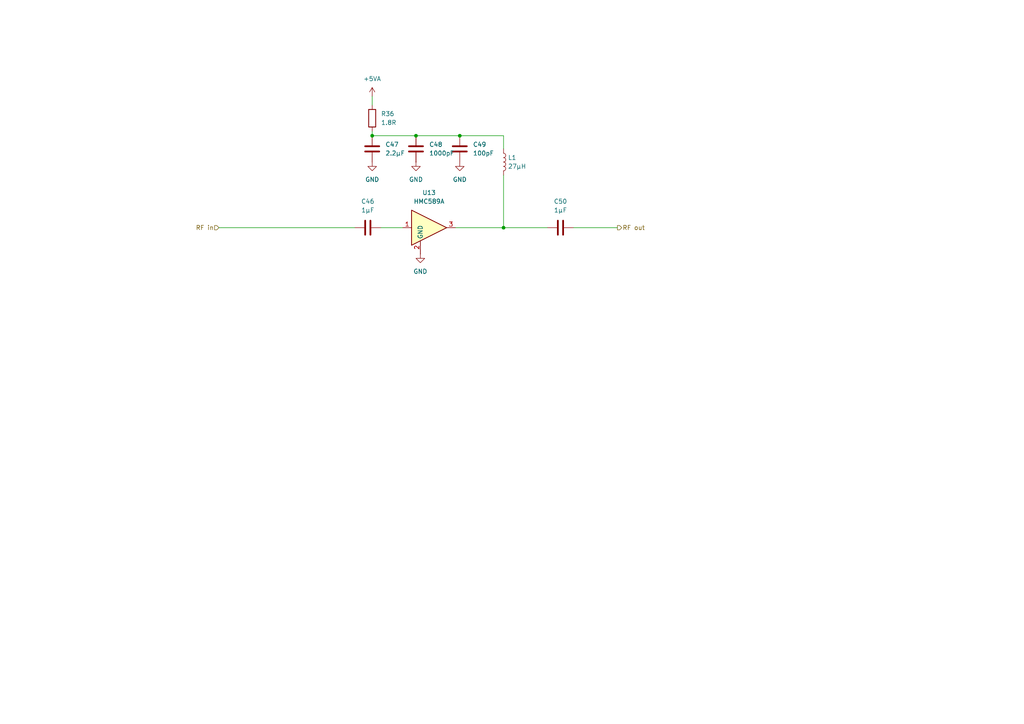
<source format=kicad_sch>
(kicad_sch (version 20231120) (generator "eeschema") (generator_version "8.0")
  (paper "A4")
  (lib_symbols
    (symbol "Device:C" (pin_numbers hide) (pin_names (offset 0.254))
      (property "Reference" "C" (at 0.635 2.54 0))
      (property "Value" "C" (at 0.635 -2.54 0))
      (symbol "C_0_1"
        (polyline (pts (xy -2.032 -0.762) (xy 2.032 -0.762)) (stroke (width 0.508)))
        (polyline (pts (xy -2.032 0.762) (xy 2.032 0.762)) (stroke (width 0.508)))
      )
      (symbol "C_1_1"
        (pin passive line (at 0 3.81 270) (length 2.794) (name "~") (number "1"))
        (pin passive line (at 0 -3.81 90) (length 2.794) (name "~") (number "2"))
      )
    )
    (symbol "Device:L" (pin_numbers hide) (pin_names (offset 1.016) hide)
      (property "Reference" "L" (at -1.27 0 90))
      (property "Value" "L" (at 1.905 0 90))
      (symbol "L_0_1"
        (arc (start 0 -2.54) (mid 0.6323 -1.905) (end 0 -1.27))
        (arc (start 0 -1.27) (mid 0.6323 -0.635) (end 0 0))
        (arc (start 0 0) (mid 0.6323 0.635) (end 0 1.27))
        (arc (start 0 1.27) (mid 0.6323 1.905) (end 0 2.54))
      )
      (symbol "L_1_1"
        (pin passive line (at 0 3.81 270) (length 1.27) (name "1") (number "1"))
        (pin passive line (at 0 -3.81 90) (length 1.27) (name "2") (number "2"))
      )
    )
    (symbol "Device:R" (pin_numbers hide) (pin_names (offset 0))
      (property "Reference" "R" (at 2.032 0 90))
      (property "Value" "R" (at 0 0 90))
      (symbol "R_0_1"
        (rectangle (start -1.016 -2.54) (end 1.016 2.54) (stroke (width 0.254)))
      )
      (symbol "R_1_1"
        (pin passive line (at 0 3.81 270) (length 1.27) (name "~") (number "1"))
        (pin passive line (at 0 -3.81 90) (length 1.27) (name "~") (number "2"))
      )
    )
    (symbol "pico-sdx:HMC589A"
      (property "Reference" "U13" (at 0 10.16 0))
      (property "Value" "HMC589A" (at 0 7.62 0))
      (symbol "HMC589A_0_1"
        (polyline (pts (xy 5.08 0) (xy -5.08 5.08) (xy -5.08 -5.08) (xy 5.08 0)) (stroke (width 0.254)) (fill (type background)))
      )
      (symbol "HMC589A_1_1"
        (pin input line (at -7.62 0 0) (length 2.54) (name "~") (number "1"))
        (pin power_in line (at -2.54 -7.62 90) (length 3.81) (name "GND") (number "2"))
        (pin output line (at 7.62 0 180) (length 2.54) (name "~") (number "3"))
      )
    )
    (symbol "power:+5VA" (power) (pin_numbers hide) (pin_names (offset 0) hide)
      (property "Value" "+5VA" (at 0 3.556 0))
      (symbol "+5VA_0_1"
        (polyline (pts (xy -0.762 1.27) (xy 0 2.54)))
        (polyline (pts (xy 0 0) (xy 0 2.54)))
        (polyline (pts (xy 0 2.54) (xy 0.762 1.27)))
      )
      (symbol "+5VA_1_1"
        (pin power_in line (at 0 0 90) (length 0) (name "~") (number "1"))
      )
    )
    (symbol "power:GND" (power) (pin_numbers hide) (pin_names (offset 0) hide)
      (property "Value" "GND" (at 0 -3.81 0))
      (symbol "GND_0_1"
        (polyline (pts (xy 0 0) (xy 0 -1.27) (xy 1.27 -1.27) (xy 0 -2.54) (xy -1.27 -1.27) (xy 0 -1.27)))
      )
      (symbol "GND_1_1"
        (pin power_in line (at 0 0 270) (length 0) (name "~") (number "1"))
      )
    )
  )
  (junction (at 120.65 39.37))
  (junction (at 133.35 39.37))
  (junction (at 146.05 66.04))
  (junction (at 107.95 39.37))
  (wire (pts (xy 107.95 38.1) (xy 107.95 39.37)))
  (wire (pts (xy 63.5 66.04) (xy 102.87 66.04)))
  (wire (pts (xy 110.49 66.04) (xy 116.84 66.04)))
  (wire (pts (xy 133.35 39.37) (xy 146.05 39.37)))
  (wire (pts (xy 107.95 39.37) (xy 120.65 39.37)))
  (wire (pts (xy 146.05 39.37) (xy 146.05 43.18)))
  (wire (pts (xy 146.05 50.8) (xy 146.05 66.04)))
  (wire (pts (xy 146.05 66.04) (xy 158.75 66.04)))
  (wire (pts (xy 179.07 66.04) (xy 166.37 66.04)))
  (wire (pts (xy 107.95 27.94) (xy 107.95 30.48)))
  (wire (pts (xy 120.65 39.37) (xy 133.35 39.37)))
  (wire (pts (xy 132.08 66.04) (xy 146.05 66.04)))
  (hierarchical_label "RF in" (shape input) (at 63.5 66.04 180))
  (hierarchical_label "RF out" (shape output) (at 179.07 66.04 0))
  (symbol (lib_id "Device:C") (at 106.68 66.04 90) (unit 1)
    (property "Reference" "C46" (at 106.68 58.42 90))
    (property "Value" "1µF" (at 106.68 60.96 90))
    (property "Footprint" "Capacitor_SMD:C_0603_1608Metric" (effects (hide yes)))
    (property "Description" "Unpolarized capacitor" (effects (hide yes)))
  )
  (symbol (lib_id "Device:C") (at 133.35 43.18 0) (unit 1)
    (property "Reference" "C49" (at 137.16 41.9099 0) (effects (justify left)))
    (property "Value" "100pF" (at 137.16 44.4499 0) (effects (justify left)))
    (property "Footprint" "Capacitor_SMD:C_0603_1608Metric" (effects (hide yes)))
    (property "Description" "Unpolarized capacitor" (effects (hide yes)))
  )
  (symbol (lib_id "Device:L") (at 146.05 46.99 0) (unit 1)
    (property "Reference" "L1" (at 147.32 45.7199 0) (effects (justify left)))
    (property "Value" "27µH" (at 147.32 48.2599 0) (effects (justify left)))
    (property "Footprint" "Inductor_SMD:L_Bourns_SRR1208_12.7x12.7mm" (effects (hide yes)))
    (property "Description" "Inductor" (effects (hide yes)))
  )
  (symbol (lib_id "Device:R") (at 107.95 34.29 180) (unit 1)
    (property "Reference" "R36" (at 110.49 33.0199 0) (effects (justify right)))
    (property "Value" "1.8R" (at 110.49 35.5599 0) (effects (justify right)))
    (property "Footprint" "Resistor_SMD:R_0603_1608Metric" (effects (hide yes)))
    (property "Description" "Resistor" (effects (hide yes)))
  )
  (symbol (lib_id "power:GND") (at 133.35 46.99 0) (unit 1)
    (property "Reference" "#PWR083" (effects (hide yes)))
    (property "Value" "GND" (at 133.35 52.07 0))
    (property "Description" "Power symbol creates a global label with name \"GND\" , ground" (effects (hide yes)))
  )
  (symbol (lib_id "Device:C") (at 107.95 43.18 0) (unit 1)
    (property "Reference" "C47" (at 111.76 41.9099 0) (effects (justify left)))
    (property "Value" "2.2µF" (at 111.76 44.4499 0) (effects (justify left)))
    (property "Footprint" "Capacitor_SMD:C_0603_1608Metric" (effects (hide yes)))
    (property "Description" "Unpolarized capacitor" (effects (hide yes)))
  )
  (symbol (lib_id "Device:C") (at 120.65 43.18 0) (unit 1)
    (property "Reference" "C48" (at 124.46 41.9099 0) (effects (justify left)))
    (property "Value" "1000pF" (at 124.46 44.4499 0) (effects (justify left)))
    (property "Footprint" "Capacitor_SMD:C_0603_1608Metric" (effects (hide yes)))
    (property "Description" "Unpolarized capacitor" (effects (hide yes)))
  )
  (symbol (lib_id "power:GND") (at 121.92 73.66 0) (unit 1)
    (property "Reference" "#PWR082" (effects (hide yes)))
    (property "Value" "GND" (at 121.92 78.74 0))
    (property "Description" "Power symbol creates a global label with name \"GND\" , ground" (effects (hide yes)))
  )
  (symbol (lib_id "pico-sdx:HMC589A") (at 124.46 66.04 0) (unit 1)
    (property "Reference" "U13" (at 124.46 55.88 0))
    (property "Value" "HMC589A" (at 124.46 58.42 0))
    (property "Footprint" "Package_TO_SOT_SMD:SOT-89-3" (effects (hide yes)))
    (property "Datasheet" "https://www.analog.com/media/en/technical-documentation/data-sheets/hmc589ast89e.pdf" (effects (hide yes)))
    (property "Description" "InGaP HBT GAIN BLOCK MMIC AMPLIFIER, DC - 4 GHz" (effects (hide yes)))
  )
  (symbol (lib_id "power:GND") (at 120.65 46.99 0) (unit 1)
    (property "Reference" "#PWR081" (effects (hide yes)))
    (property "Value" "GND" (at 120.65 52.07 0))
    (property "Description" "Power symbol creates a global label with name \"GND\" , ground" (effects (hide yes)))
  )
  (symbol (lib_id "Device:C") (at 162.56 66.04 90) (unit 1)
    (property "Reference" "C50" (at 162.56 58.42 90))
    (property "Value" "1µF" (at 162.56 60.96 90))
    (property "Footprint" "Capacitor_SMD:C_0603_1608Metric" (effects (hide yes)))
    (property "Description" "Unpolarized capacitor" (effects (hide yes)))
  )
  (symbol (lib_id "power:GND") (at 107.95 46.99 0) (unit 1)
    (property "Reference" "#PWR080" (effects (hide yes)))
    (property "Value" "GND" (at 107.95 52.07 0))
    (property "Description" "Power symbol creates a global label with name \"GND\" , ground" (effects (hide yes)))
  )
  (symbol (lib_id "power:+5VA") (at 107.95 27.94 0) (unit 1)
    (property "Reference" "#PWR079" (effects (hide yes)))
    (property "Value" "+5VA" (at 107.95 22.86 0))
    (property "Description" "Power symbol creates a global label with name \"+5VA\"" (effects (hide yes)))
  )
)
</source>
